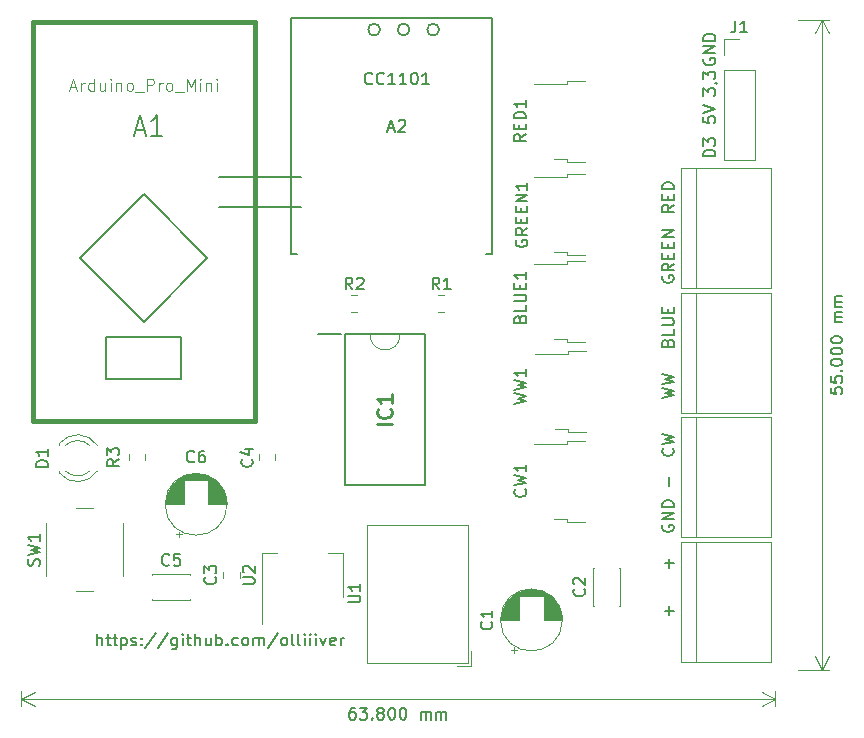
<source format=gbr>
G04 #@! TF.GenerationSoftware,KiCad,Pcbnew,(5.1.0-rc1-9-g8f320697a)*
G04 #@! TF.CreationDate,2019-02-20T21:31:05+01:00
G04 #@! TF.ProjectId,kicad,6b696361-642e-46b6-9963-61645f706362,rev?*
G04 #@! TF.SameCoordinates,Original*
G04 #@! TF.FileFunction,Legend,Top*
G04 #@! TF.FilePolarity,Positive*
%FSLAX46Y46*%
G04 Gerber Fmt 4.6, Leading zero omitted, Abs format (unit mm)*
G04 Created by KiCad (PCBNEW (5.1.0-rc1-9-g8f320697a)) date 2019-02-20 21:31:05*
%MOMM*%
%LPD*%
G04 APERTURE LIST*
%ADD10C,0.150000*%
%ADD11C,0.120000*%
%ADD12C,0.200000*%
%ADD13C,0.381000*%
%ADD14C,0.177800*%
%ADD15C,0.152400*%
%ADD16C,0.254000*%
%ADD17C,0.203200*%
%ADD18C,0.101600*%
G04 APERTURE END LIST*
D10*
X214000000Y-49261904D02*
X213952380Y-49357142D01*
X213952380Y-49500000D01*
X214000000Y-49642857D01*
X214095238Y-49738095D01*
X214190476Y-49785714D01*
X214380952Y-49833333D01*
X214523809Y-49833333D01*
X214714285Y-49785714D01*
X214809523Y-49738095D01*
X214904761Y-49642857D01*
X214952380Y-49500000D01*
X214952380Y-49404761D01*
X214904761Y-49261904D01*
X214857142Y-49214285D01*
X214523809Y-49214285D01*
X214523809Y-49404761D01*
X214952380Y-48785714D02*
X213952380Y-48785714D01*
X214952380Y-48214285D01*
X213952380Y-48214285D01*
X214952380Y-47738095D02*
X213952380Y-47738095D01*
X213952380Y-47500000D01*
X214000000Y-47357142D01*
X214095238Y-47261904D01*
X214190476Y-47214285D01*
X214380952Y-47166666D01*
X214523809Y-47166666D01*
X214714285Y-47214285D01*
X214809523Y-47261904D01*
X214904761Y-47357142D01*
X214952380Y-47500000D01*
X214952380Y-47738095D01*
X213952380Y-52407619D02*
X213952380Y-51788571D01*
X214333333Y-52121904D01*
X214333333Y-51979047D01*
X214380952Y-51883809D01*
X214428571Y-51836190D01*
X214523809Y-51788571D01*
X214761904Y-51788571D01*
X214857142Y-51836190D01*
X214904761Y-51883809D01*
X214952380Y-51979047D01*
X214952380Y-52264761D01*
X214904761Y-52360000D01*
X214857142Y-52407619D01*
X214904761Y-51312380D02*
X214952380Y-51312380D01*
X215047619Y-51360000D01*
X215095238Y-51407619D01*
X213952380Y-50979047D02*
X213952380Y-50360000D01*
X214333333Y-50693333D01*
X214333333Y-50550476D01*
X214380952Y-50455238D01*
X214428571Y-50407619D01*
X214523809Y-50360000D01*
X214761904Y-50360000D01*
X214857142Y-50407619D01*
X214904761Y-50455238D01*
X214952380Y-50550476D01*
X214952380Y-50836190D01*
X214904761Y-50931428D01*
X214857142Y-50979047D01*
X213952380Y-54190476D02*
X213952380Y-54666666D01*
X214428571Y-54714285D01*
X214380952Y-54666666D01*
X214333333Y-54571428D01*
X214333333Y-54333333D01*
X214380952Y-54238095D01*
X214428571Y-54190476D01*
X214523809Y-54142857D01*
X214761904Y-54142857D01*
X214857142Y-54190476D01*
X214904761Y-54238095D01*
X214952380Y-54333333D01*
X214952380Y-54571428D01*
X214904761Y-54666666D01*
X214857142Y-54714285D01*
X213952380Y-53857142D02*
X214952380Y-53523809D01*
X213952380Y-53190476D01*
X214952380Y-57548095D02*
X213952380Y-57548095D01*
X213952380Y-57310000D01*
X214000000Y-57167142D01*
X214095238Y-57071904D01*
X214190476Y-57024285D01*
X214380952Y-56976666D01*
X214523809Y-56976666D01*
X214714285Y-57024285D01*
X214809523Y-57071904D01*
X214904761Y-57167142D01*
X214952380Y-57310000D01*
X214952380Y-57548095D01*
X213952380Y-56643333D02*
X213952380Y-56024285D01*
X214333333Y-56357619D01*
X214333333Y-56214761D01*
X214380952Y-56119523D01*
X214428571Y-56071904D01*
X214523809Y-56024285D01*
X214761904Y-56024285D01*
X214857142Y-56071904D01*
X214904761Y-56119523D01*
X214952380Y-56214761D01*
X214952380Y-56500476D01*
X214904761Y-56595714D01*
X214857142Y-56643333D01*
X211071428Y-96380952D02*
X211071428Y-95619047D01*
X211452380Y-96000000D02*
X210690476Y-96000000D01*
X211071428Y-92380952D02*
X211071428Y-91619047D01*
X211452380Y-92000000D02*
X210690476Y-92000000D01*
X210500000Y-88761904D02*
X210452380Y-88857142D01*
X210452380Y-89000000D01*
X210500000Y-89142857D01*
X210595238Y-89238095D01*
X210690476Y-89285714D01*
X210880952Y-89333333D01*
X211023809Y-89333333D01*
X211214285Y-89285714D01*
X211309523Y-89238095D01*
X211404761Y-89142857D01*
X211452380Y-89000000D01*
X211452380Y-88904761D01*
X211404761Y-88761904D01*
X211357142Y-88714285D01*
X211023809Y-88714285D01*
X211023809Y-88904761D01*
X211452380Y-88285714D02*
X210452380Y-88285714D01*
X211452380Y-87714285D01*
X210452380Y-87714285D01*
X211452380Y-87238095D02*
X210452380Y-87238095D01*
X210452380Y-87000000D01*
X210500000Y-86857142D01*
X210595238Y-86761904D01*
X210690476Y-86714285D01*
X210880952Y-86666666D01*
X211023809Y-86666666D01*
X211214285Y-86714285D01*
X211309523Y-86761904D01*
X211404761Y-86857142D01*
X211452380Y-87000000D01*
X211452380Y-87238095D01*
X211071428Y-85476190D02*
X211071428Y-84714285D01*
X211357142Y-82261904D02*
X211404761Y-82309523D01*
X211452380Y-82452380D01*
X211452380Y-82547619D01*
X211404761Y-82690476D01*
X211309523Y-82785714D01*
X211214285Y-82833333D01*
X211023809Y-82880952D01*
X210880952Y-82880952D01*
X210690476Y-82833333D01*
X210595238Y-82785714D01*
X210500000Y-82690476D01*
X210452380Y-82547619D01*
X210452380Y-82452380D01*
X210500000Y-82309523D01*
X210547619Y-82261904D01*
X210452380Y-81928571D02*
X211452380Y-81690476D01*
X210738095Y-81500000D01*
X211452380Y-81309523D01*
X210452380Y-81071428D01*
X210452380Y-78000000D02*
X211452380Y-77761904D01*
X210738095Y-77571428D01*
X211452380Y-77380952D01*
X210452380Y-77142857D01*
X210452380Y-76857142D02*
X211452380Y-76619047D01*
X210738095Y-76428571D01*
X211452380Y-76238095D01*
X210452380Y-76000000D01*
X210928571Y-73309523D02*
X210976190Y-73166666D01*
X211023809Y-73119047D01*
X211119047Y-73071428D01*
X211261904Y-73071428D01*
X211357142Y-73119047D01*
X211404761Y-73166666D01*
X211452380Y-73261904D01*
X211452380Y-73642857D01*
X210452380Y-73642857D01*
X210452380Y-73309523D01*
X210500000Y-73214285D01*
X210547619Y-73166666D01*
X210642857Y-73119047D01*
X210738095Y-73119047D01*
X210833333Y-73166666D01*
X210880952Y-73214285D01*
X210928571Y-73309523D01*
X210928571Y-73642857D01*
X211452380Y-72166666D02*
X211452380Y-72642857D01*
X210452380Y-72642857D01*
X210452380Y-71833333D02*
X211261904Y-71833333D01*
X211357142Y-71785714D01*
X211404761Y-71738095D01*
X211452380Y-71642857D01*
X211452380Y-71452380D01*
X211404761Y-71357142D01*
X211357142Y-71309523D01*
X211261904Y-71261904D01*
X210452380Y-71261904D01*
X210928571Y-70785714D02*
X210928571Y-70452380D01*
X211452380Y-70309523D02*
X211452380Y-70785714D01*
X210452380Y-70785714D01*
X210452380Y-70309523D01*
X210500000Y-67666666D02*
X210452380Y-67761904D01*
X210452380Y-67904761D01*
X210500000Y-68047619D01*
X210595238Y-68142857D01*
X210690476Y-68190476D01*
X210880952Y-68238095D01*
X211023809Y-68238095D01*
X211214285Y-68190476D01*
X211309523Y-68142857D01*
X211404761Y-68047619D01*
X211452380Y-67904761D01*
X211452380Y-67809523D01*
X211404761Y-67666666D01*
X211357142Y-67619047D01*
X211023809Y-67619047D01*
X211023809Y-67809523D01*
X211452380Y-66619047D02*
X210976190Y-66952380D01*
X211452380Y-67190476D02*
X210452380Y-67190476D01*
X210452380Y-66809523D01*
X210500000Y-66714285D01*
X210547619Y-66666666D01*
X210642857Y-66619047D01*
X210785714Y-66619047D01*
X210880952Y-66666666D01*
X210928571Y-66714285D01*
X210976190Y-66809523D01*
X210976190Y-67190476D01*
X210928571Y-66190476D02*
X210928571Y-65857142D01*
X211452380Y-65714285D02*
X211452380Y-66190476D01*
X210452380Y-66190476D01*
X210452380Y-65714285D01*
X210928571Y-65285714D02*
X210928571Y-64952380D01*
X211452380Y-64809523D02*
X211452380Y-65285714D01*
X210452380Y-65285714D01*
X210452380Y-64809523D01*
X211452380Y-64380952D02*
X210452380Y-64380952D01*
X211452380Y-63809523D01*
X210452380Y-63809523D01*
X211452380Y-61642857D02*
X210976190Y-61976190D01*
X211452380Y-62214285D02*
X210452380Y-62214285D01*
X210452380Y-61833333D01*
X210500000Y-61738095D01*
X210547619Y-61690476D01*
X210642857Y-61642857D01*
X210785714Y-61642857D01*
X210880952Y-61690476D01*
X210928571Y-61738095D01*
X210976190Y-61833333D01*
X210976190Y-62214285D01*
X210928571Y-61214285D02*
X210928571Y-60880952D01*
X211452380Y-60738095D02*
X211452380Y-61214285D01*
X210452380Y-61214285D01*
X210452380Y-60738095D01*
X211452380Y-60309523D02*
X210452380Y-60309523D01*
X210452380Y-60071428D01*
X210500000Y-59928571D01*
X210595238Y-59833333D01*
X210690476Y-59785714D01*
X210880952Y-59738095D01*
X211023809Y-59738095D01*
X211214285Y-59785714D01*
X211309523Y-59833333D01*
X211404761Y-59928571D01*
X211452380Y-60071428D01*
X211452380Y-60309523D01*
X184433333Y-104222380D02*
X184242857Y-104222380D01*
X184147619Y-104270000D01*
X184100000Y-104317619D01*
X184004761Y-104460476D01*
X183957142Y-104650952D01*
X183957142Y-105031904D01*
X184004761Y-105127142D01*
X184052380Y-105174761D01*
X184147619Y-105222380D01*
X184338095Y-105222380D01*
X184433333Y-105174761D01*
X184480952Y-105127142D01*
X184528571Y-105031904D01*
X184528571Y-104793809D01*
X184480952Y-104698571D01*
X184433333Y-104650952D01*
X184338095Y-104603333D01*
X184147619Y-104603333D01*
X184052380Y-104650952D01*
X184004761Y-104698571D01*
X183957142Y-104793809D01*
X184861904Y-104222380D02*
X185480952Y-104222380D01*
X185147619Y-104603333D01*
X185290476Y-104603333D01*
X185385714Y-104650952D01*
X185433333Y-104698571D01*
X185480952Y-104793809D01*
X185480952Y-105031904D01*
X185433333Y-105127142D01*
X185385714Y-105174761D01*
X185290476Y-105222380D01*
X185004761Y-105222380D01*
X184909523Y-105174761D01*
X184861904Y-105127142D01*
X185909523Y-105127142D02*
X185957142Y-105174761D01*
X185909523Y-105222380D01*
X185861904Y-105174761D01*
X185909523Y-105127142D01*
X185909523Y-105222380D01*
X186528571Y-104650952D02*
X186433333Y-104603333D01*
X186385714Y-104555714D01*
X186338095Y-104460476D01*
X186338095Y-104412857D01*
X186385714Y-104317619D01*
X186433333Y-104270000D01*
X186528571Y-104222380D01*
X186719047Y-104222380D01*
X186814285Y-104270000D01*
X186861904Y-104317619D01*
X186909523Y-104412857D01*
X186909523Y-104460476D01*
X186861904Y-104555714D01*
X186814285Y-104603333D01*
X186719047Y-104650952D01*
X186528571Y-104650952D01*
X186433333Y-104698571D01*
X186385714Y-104746190D01*
X186338095Y-104841428D01*
X186338095Y-105031904D01*
X186385714Y-105127142D01*
X186433333Y-105174761D01*
X186528571Y-105222380D01*
X186719047Y-105222380D01*
X186814285Y-105174761D01*
X186861904Y-105127142D01*
X186909523Y-105031904D01*
X186909523Y-104841428D01*
X186861904Y-104746190D01*
X186814285Y-104698571D01*
X186719047Y-104650952D01*
X187528571Y-104222380D02*
X187623809Y-104222380D01*
X187719047Y-104270000D01*
X187766666Y-104317619D01*
X187814285Y-104412857D01*
X187861904Y-104603333D01*
X187861904Y-104841428D01*
X187814285Y-105031904D01*
X187766666Y-105127142D01*
X187719047Y-105174761D01*
X187623809Y-105222380D01*
X187528571Y-105222380D01*
X187433333Y-105174761D01*
X187385714Y-105127142D01*
X187338095Y-105031904D01*
X187290476Y-104841428D01*
X187290476Y-104603333D01*
X187338095Y-104412857D01*
X187385714Y-104317619D01*
X187433333Y-104270000D01*
X187528571Y-104222380D01*
X188480952Y-104222380D02*
X188576190Y-104222380D01*
X188671428Y-104270000D01*
X188719047Y-104317619D01*
X188766666Y-104412857D01*
X188814285Y-104603333D01*
X188814285Y-104841428D01*
X188766666Y-105031904D01*
X188719047Y-105127142D01*
X188671428Y-105174761D01*
X188576190Y-105222380D01*
X188480952Y-105222380D01*
X188385714Y-105174761D01*
X188338095Y-105127142D01*
X188290476Y-105031904D01*
X188242857Y-104841428D01*
X188242857Y-104603333D01*
X188290476Y-104412857D01*
X188338095Y-104317619D01*
X188385714Y-104270000D01*
X188480952Y-104222380D01*
X190004761Y-105222380D02*
X190004761Y-104555714D01*
X190004761Y-104650952D02*
X190052380Y-104603333D01*
X190147619Y-104555714D01*
X190290476Y-104555714D01*
X190385714Y-104603333D01*
X190433333Y-104698571D01*
X190433333Y-105222380D01*
X190433333Y-104698571D02*
X190480952Y-104603333D01*
X190576190Y-104555714D01*
X190719047Y-104555714D01*
X190814285Y-104603333D01*
X190861904Y-104698571D01*
X190861904Y-105222380D01*
X191338095Y-105222380D02*
X191338095Y-104555714D01*
X191338095Y-104650952D02*
X191385714Y-104603333D01*
X191480952Y-104555714D01*
X191623809Y-104555714D01*
X191719047Y-104603333D01*
X191766666Y-104698571D01*
X191766666Y-105222380D01*
X191766666Y-104698571D02*
X191814285Y-104603333D01*
X191909523Y-104555714D01*
X192052380Y-104555714D01*
X192147619Y-104603333D01*
X192195238Y-104698571D01*
X192195238Y-105222380D01*
D11*
X156200000Y-103500000D02*
X220000000Y-103500000D01*
X156200000Y-102800000D02*
X156200000Y-104086421D01*
X220000000Y-102800000D02*
X220000000Y-104086421D01*
X220000000Y-103500000D02*
X218873496Y-104086421D01*
X220000000Y-103500000D02*
X218873496Y-102913579D01*
X156200000Y-103500000D02*
X157326504Y-104086421D01*
X156200000Y-103500000D02*
X157326504Y-102913579D01*
D12*
X162619047Y-98952380D02*
X162619047Y-97952380D01*
X163047619Y-98952380D02*
X163047619Y-98428571D01*
X163000000Y-98333333D01*
X162904761Y-98285714D01*
X162761904Y-98285714D01*
X162666666Y-98333333D01*
X162619047Y-98380952D01*
X163380952Y-98285714D02*
X163761904Y-98285714D01*
X163523809Y-97952380D02*
X163523809Y-98809523D01*
X163571428Y-98904761D01*
X163666666Y-98952380D01*
X163761904Y-98952380D01*
X163952380Y-98285714D02*
X164333333Y-98285714D01*
X164095238Y-97952380D02*
X164095238Y-98809523D01*
X164142857Y-98904761D01*
X164238095Y-98952380D01*
X164333333Y-98952380D01*
X164666666Y-98285714D02*
X164666666Y-99285714D01*
X164666666Y-98333333D02*
X164761904Y-98285714D01*
X164952380Y-98285714D01*
X165047619Y-98333333D01*
X165095238Y-98380952D01*
X165142857Y-98476190D01*
X165142857Y-98761904D01*
X165095238Y-98857142D01*
X165047619Y-98904761D01*
X164952380Y-98952380D01*
X164761904Y-98952380D01*
X164666666Y-98904761D01*
X165523809Y-98904761D02*
X165619047Y-98952380D01*
X165809523Y-98952380D01*
X165904761Y-98904761D01*
X165952380Y-98809523D01*
X165952380Y-98761904D01*
X165904761Y-98666666D01*
X165809523Y-98619047D01*
X165666666Y-98619047D01*
X165571428Y-98571428D01*
X165523809Y-98476190D01*
X165523809Y-98428571D01*
X165571428Y-98333333D01*
X165666666Y-98285714D01*
X165809523Y-98285714D01*
X165904761Y-98333333D01*
X166380952Y-98857142D02*
X166428571Y-98904761D01*
X166380952Y-98952380D01*
X166333333Y-98904761D01*
X166380952Y-98857142D01*
X166380952Y-98952380D01*
X166380952Y-98333333D02*
X166428571Y-98380952D01*
X166380952Y-98428571D01*
X166333333Y-98380952D01*
X166380952Y-98333333D01*
X166380952Y-98428571D01*
X167571428Y-97904761D02*
X166714285Y-99190476D01*
X168619047Y-97904761D02*
X167761904Y-99190476D01*
X169380952Y-98285714D02*
X169380952Y-99095238D01*
X169333333Y-99190476D01*
X169285714Y-99238095D01*
X169190476Y-99285714D01*
X169047619Y-99285714D01*
X168952380Y-99238095D01*
X169380952Y-98904761D02*
X169285714Y-98952380D01*
X169095238Y-98952380D01*
X169000000Y-98904761D01*
X168952380Y-98857142D01*
X168904761Y-98761904D01*
X168904761Y-98476190D01*
X168952380Y-98380952D01*
X169000000Y-98333333D01*
X169095238Y-98285714D01*
X169285714Y-98285714D01*
X169380952Y-98333333D01*
X169857142Y-98952380D02*
X169857142Y-98285714D01*
X169857142Y-97952380D02*
X169809523Y-98000000D01*
X169857142Y-98047619D01*
X169904761Y-98000000D01*
X169857142Y-97952380D01*
X169857142Y-98047619D01*
X170190476Y-98285714D02*
X170571428Y-98285714D01*
X170333333Y-97952380D02*
X170333333Y-98809523D01*
X170380952Y-98904761D01*
X170476190Y-98952380D01*
X170571428Y-98952380D01*
X170904761Y-98952380D02*
X170904761Y-97952380D01*
X171333333Y-98952380D02*
X171333333Y-98428571D01*
X171285714Y-98333333D01*
X171190476Y-98285714D01*
X171047619Y-98285714D01*
X170952380Y-98333333D01*
X170904761Y-98380952D01*
X172238095Y-98285714D02*
X172238095Y-98952380D01*
X171809523Y-98285714D02*
X171809523Y-98809523D01*
X171857142Y-98904761D01*
X171952380Y-98952380D01*
X172095238Y-98952380D01*
X172190476Y-98904761D01*
X172238095Y-98857142D01*
X172714285Y-98952380D02*
X172714285Y-97952380D01*
X172714285Y-98333333D02*
X172809523Y-98285714D01*
X173000000Y-98285714D01*
X173095238Y-98333333D01*
X173142857Y-98380952D01*
X173190476Y-98476190D01*
X173190476Y-98761904D01*
X173142857Y-98857142D01*
X173095238Y-98904761D01*
X173000000Y-98952380D01*
X172809523Y-98952380D01*
X172714285Y-98904761D01*
X173619047Y-98857142D02*
X173666666Y-98904761D01*
X173619047Y-98952380D01*
X173571428Y-98904761D01*
X173619047Y-98857142D01*
X173619047Y-98952380D01*
X174523809Y-98904761D02*
X174428571Y-98952380D01*
X174238095Y-98952380D01*
X174142857Y-98904761D01*
X174095238Y-98857142D01*
X174047619Y-98761904D01*
X174047619Y-98476190D01*
X174095238Y-98380952D01*
X174142857Y-98333333D01*
X174238095Y-98285714D01*
X174428571Y-98285714D01*
X174523809Y-98333333D01*
X175095238Y-98952380D02*
X175000000Y-98904761D01*
X174952380Y-98857142D01*
X174904761Y-98761904D01*
X174904761Y-98476190D01*
X174952380Y-98380952D01*
X175000000Y-98333333D01*
X175095238Y-98285714D01*
X175238095Y-98285714D01*
X175333333Y-98333333D01*
X175380952Y-98380952D01*
X175428571Y-98476190D01*
X175428571Y-98761904D01*
X175380952Y-98857142D01*
X175333333Y-98904761D01*
X175238095Y-98952380D01*
X175095238Y-98952380D01*
X175857142Y-98952380D02*
X175857142Y-98285714D01*
X175857142Y-98380952D02*
X175904761Y-98333333D01*
X176000000Y-98285714D01*
X176142857Y-98285714D01*
X176238095Y-98333333D01*
X176285714Y-98428571D01*
X176285714Y-98952380D01*
X176285714Y-98428571D02*
X176333333Y-98333333D01*
X176428571Y-98285714D01*
X176571428Y-98285714D01*
X176666666Y-98333333D01*
X176714285Y-98428571D01*
X176714285Y-98952380D01*
X177904761Y-97904761D02*
X177047619Y-99190476D01*
X178380952Y-98952380D02*
X178285714Y-98904761D01*
X178238095Y-98857142D01*
X178190476Y-98761904D01*
X178190476Y-98476190D01*
X178238095Y-98380952D01*
X178285714Y-98333333D01*
X178380952Y-98285714D01*
X178523809Y-98285714D01*
X178619047Y-98333333D01*
X178666666Y-98380952D01*
X178714285Y-98476190D01*
X178714285Y-98761904D01*
X178666666Y-98857142D01*
X178619047Y-98904761D01*
X178523809Y-98952380D01*
X178380952Y-98952380D01*
X179285714Y-98952380D02*
X179190476Y-98904761D01*
X179142857Y-98809523D01*
X179142857Y-97952380D01*
X179809523Y-98952380D02*
X179714285Y-98904761D01*
X179666666Y-98809523D01*
X179666666Y-97952380D01*
X180190476Y-98952380D02*
X180190476Y-98285714D01*
X180190476Y-97952380D02*
X180142857Y-98000000D01*
X180190476Y-98047619D01*
X180238095Y-98000000D01*
X180190476Y-97952380D01*
X180190476Y-98047619D01*
X180666666Y-98952380D02*
X180666666Y-98285714D01*
X180666666Y-97952380D02*
X180619047Y-98000000D01*
X180666666Y-98047619D01*
X180714285Y-98000000D01*
X180666666Y-97952380D01*
X180666666Y-98047619D01*
X181142857Y-98952380D02*
X181142857Y-98285714D01*
X181142857Y-97952380D02*
X181095238Y-98000000D01*
X181142857Y-98047619D01*
X181190476Y-98000000D01*
X181142857Y-97952380D01*
X181142857Y-98047619D01*
X181523809Y-98285714D02*
X181761904Y-98952380D01*
X182000000Y-98285714D01*
X182761904Y-98904761D02*
X182666666Y-98952380D01*
X182476190Y-98952380D01*
X182380952Y-98904761D01*
X182333333Y-98809523D01*
X182333333Y-98428571D01*
X182380952Y-98333333D01*
X182476190Y-98285714D01*
X182666666Y-98285714D01*
X182761904Y-98333333D01*
X182809523Y-98428571D01*
X182809523Y-98523809D01*
X182333333Y-98619047D01*
X183238095Y-98952380D02*
X183238095Y-98285714D01*
X183238095Y-98476190D02*
X183285714Y-98380952D01*
X183333333Y-98333333D01*
X183428571Y-98285714D01*
X183523809Y-98285714D01*
D10*
X224722380Y-77119047D02*
X224722380Y-77595238D01*
X225198571Y-77642857D01*
X225150952Y-77595238D01*
X225103333Y-77500000D01*
X225103333Y-77261904D01*
X225150952Y-77166666D01*
X225198571Y-77119047D01*
X225293809Y-77071428D01*
X225531904Y-77071428D01*
X225627142Y-77119047D01*
X225674761Y-77166666D01*
X225722380Y-77261904D01*
X225722380Y-77500000D01*
X225674761Y-77595238D01*
X225627142Y-77642857D01*
X224722380Y-76166666D02*
X224722380Y-76642857D01*
X225198571Y-76690476D01*
X225150952Y-76642857D01*
X225103333Y-76547619D01*
X225103333Y-76309523D01*
X225150952Y-76214285D01*
X225198571Y-76166666D01*
X225293809Y-76119047D01*
X225531904Y-76119047D01*
X225627142Y-76166666D01*
X225674761Y-76214285D01*
X225722380Y-76309523D01*
X225722380Y-76547619D01*
X225674761Y-76642857D01*
X225627142Y-76690476D01*
X225627142Y-75690476D02*
X225674761Y-75642857D01*
X225722380Y-75690476D01*
X225674761Y-75738095D01*
X225627142Y-75690476D01*
X225722380Y-75690476D01*
X224722380Y-75023809D02*
X224722380Y-74928571D01*
X224770000Y-74833333D01*
X224817619Y-74785714D01*
X224912857Y-74738095D01*
X225103333Y-74690476D01*
X225341428Y-74690476D01*
X225531904Y-74738095D01*
X225627142Y-74785714D01*
X225674761Y-74833333D01*
X225722380Y-74928571D01*
X225722380Y-75023809D01*
X225674761Y-75119047D01*
X225627142Y-75166666D01*
X225531904Y-75214285D01*
X225341428Y-75261904D01*
X225103333Y-75261904D01*
X224912857Y-75214285D01*
X224817619Y-75166666D01*
X224770000Y-75119047D01*
X224722380Y-75023809D01*
X224722380Y-74071428D02*
X224722380Y-73976190D01*
X224770000Y-73880952D01*
X224817619Y-73833333D01*
X224912857Y-73785714D01*
X225103333Y-73738095D01*
X225341428Y-73738095D01*
X225531904Y-73785714D01*
X225627142Y-73833333D01*
X225674761Y-73880952D01*
X225722380Y-73976190D01*
X225722380Y-74071428D01*
X225674761Y-74166666D01*
X225627142Y-74214285D01*
X225531904Y-74261904D01*
X225341428Y-74309523D01*
X225103333Y-74309523D01*
X224912857Y-74261904D01*
X224817619Y-74214285D01*
X224770000Y-74166666D01*
X224722380Y-74071428D01*
X224722380Y-73119047D02*
X224722380Y-73023809D01*
X224770000Y-72928571D01*
X224817619Y-72880952D01*
X224912857Y-72833333D01*
X225103333Y-72785714D01*
X225341428Y-72785714D01*
X225531904Y-72833333D01*
X225627142Y-72880952D01*
X225674761Y-72928571D01*
X225722380Y-73023809D01*
X225722380Y-73119047D01*
X225674761Y-73214285D01*
X225627142Y-73261904D01*
X225531904Y-73309523D01*
X225341428Y-73357142D01*
X225103333Y-73357142D01*
X224912857Y-73309523D01*
X224817619Y-73261904D01*
X224770000Y-73214285D01*
X224722380Y-73119047D01*
X225722380Y-71595238D02*
X225055714Y-71595238D01*
X225150952Y-71595238D02*
X225103333Y-71547619D01*
X225055714Y-71452380D01*
X225055714Y-71309523D01*
X225103333Y-71214285D01*
X225198571Y-71166666D01*
X225722380Y-71166666D01*
X225198571Y-71166666D02*
X225103333Y-71119047D01*
X225055714Y-71023809D01*
X225055714Y-70880952D01*
X225103333Y-70785714D01*
X225198571Y-70738095D01*
X225722380Y-70738095D01*
X225722380Y-70261904D02*
X225055714Y-70261904D01*
X225150952Y-70261904D02*
X225103333Y-70214285D01*
X225055714Y-70119047D01*
X225055714Y-69976190D01*
X225103333Y-69880952D01*
X225198571Y-69833333D01*
X225722380Y-69833333D01*
X225198571Y-69833333D02*
X225103333Y-69785714D01*
X225055714Y-69690476D01*
X225055714Y-69547619D01*
X225103333Y-69452380D01*
X225198571Y-69404761D01*
X225722380Y-69404761D01*
D11*
X224000000Y-101000000D02*
X224000000Y-46000000D01*
X222000000Y-101000000D02*
X224586421Y-101000000D01*
X222000000Y-46000000D02*
X224586421Y-46000000D01*
X224000000Y-46000000D02*
X224586421Y-47126504D01*
X224000000Y-46000000D02*
X223413579Y-47126504D01*
X224000000Y-101000000D02*
X224586421Y-99873496D01*
X224000000Y-101000000D02*
X223413579Y-99873496D01*
X188270000Y-72650000D02*
G75*
G02X185730000Y-72650000I-1270000J0D01*
G01*
D12*
X181300000Y-72585000D02*
X183250000Y-72585000D01*
X183600000Y-85400000D02*
X183600000Y-72600000D01*
X190400000Y-85400000D02*
X183600000Y-85400000D01*
X190400000Y-72600000D02*
X190400000Y-85400000D01*
X183600000Y-72600000D02*
X190400000Y-72600000D01*
D13*
X157191000Y-79972500D02*
X157191000Y-46190500D01*
X175987000Y-79972500D02*
X157191000Y-79972500D01*
X175987000Y-46190500D02*
X175987000Y-79972500D01*
X157191000Y-46190500D02*
X175987000Y-46190500D01*
D14*
X161174544Y-66140395D02*
X166562697Y-71528549D01*
X166562697Y-71528549D02*
X171950851Y-66140395D01*
X166562697Y-60752241D02*
X171950851Y-66140395D01*
X161174544Y-66140395D02*
X166562697Y-60752241D01*
D15*
X163414000Y-72860500D02*
X163414000Y-76416500D01*
X163414000Y-76416500D02*
X169764000Y-76416500D01*
X169764000Y-72860500D02*
X169764000Y-76416500D01*
X169764000Y-72860500D02*
X163414000Y-72860500D01*
X172939000Y-59271500D02*
X179924000Y-59271500D01*
X172939000Y-61811500D02*
X179924000Y-61811500D01*
D10*
X196070000Y-65810000D02*
X195570000Y-65810000D01*
X179070000Y-65810000D02*
X179570000Y-65810000D01*
X191570000Y-46810000D02*
G75*
G03X191570000Y-46810000I-500000J0D01*
G01*
X186570000Y-46810000D02*
G75*
G03X186570000Y-46810000I-500000J0D01*
G01*
X189070000Y-46810000D02*
G75*
G03X189070000Y-46810000I-500000J0D01*
G01*
X179070000Y-65810000D02*
X179070000Y-45810000D01*
X179070000Y-45810000D02*
X196070000Y-45810000D01*
X196070000Y-45810000D02*
X196070000Y-65810000D01*
D11*
X202010000Y-96790000D02*
G75*
G03X202010000Y-96790000I-2620000J0D01*
G01*
X200430000Y-96790000D02*
X201970000Y-96790000D01*
X196810000Y-96790000D02*
X198350000Y-96790000D01*
X200430000Y-96750000D02*
X201970000Y-96750000D01*
X196810000Y-96750000D02*
X198350000Y-96750000D01*
X196811000Y-96710000D02*
X198350000Y-96710000D01*
X200430000Y-96710000D02*
X201969000Y-96710000D01*
X196812000Y-96670000D02*
X198350000Y-96670000D01*
X200430000Y-96670000D02*
X201968000Y-96670000D01*
X196814000Y-96630000D02*
X198350000Y-96630000D01*
X200430000Y-96630000D02*
X201966000Y-96630000D01*
X196817000Y-96590000D02*
X198350000Y-96590000D01*
X200430000Y-96590000D02*
X201963000Y-96590000D01*
X196821000Y-96550000D02*
X198350000Y-96550000D01*
X200430000Y-96550000D02*
X201959000Y-96550000D01*
X196825000Y-96510000D02*
X198350000Y-96510000D01*
X200430000Y-96510000D02*
X201955000Y-96510000D01*
X196829000Y-96470000D02*
X198350000Y-96470000D01*
X200430000Y-96470000D02*
X201951000Y-96470000D01*
X196834000Y-96430000D02*
X198350000Y-96430000D01*
X200430000Y-96430000D02*
X201946000Y-96430000D01*
X196840000Y-96390000D02*
X198350000Y-96390000D01*
X200430000Y-96390000D02*
X201940000Y-96390000D01*
X196847000Y-96350000D02*
X198350000Y-96350000D01*
X200430000Y-96350000D02*
X201933000Y-96350000D01*
X196854000Y-96310000D02*
X198350000Y-96310000D01*
X200430000Y-96310000D02*
X201926000Y-96310000D01*
X196862000Y-96270000D02*
X198350000Y-96270000D01*
X200430000Y-96270000D02*
X201918000Y-96270000D01*
X196870000Y-96230000D02*
X198350000Y-96230000D01*
X200430000Y-96230000D02*
X201910000Y-96230000D01*
X196879000Y-96190000D02*
X198350000Y-96190000D01*
X200430000Y-96190000D02*
X201901000Y-96190000D01*
X196889000Y-96150000D02*
X198350000Y-96150000D01*
X200430000Y-96150000D02*
X201891000Y-96150000D01*
X196899000Y-96110000D02*
X198350000Y-96110000D01*
X200430000Y-96110000D02*
X201881000Y-96110000D01*
X196910000Y-96069000D02*
X198350000Y-96069000D01*
X200430000Y-96069000D02*
X201870000Y-96069000D01*
X196922000Y-96029000D02*
X198350000Y-96029000D01*
X200430000Y-96029000D02*
X201858000Y-96029000D01*
X196935000Y-95989000D02*
X198350000Y-95989000D01*
X200430000Y-95989000D02*
X201845000Y-95989000D01*
X196948000Y-95949000D02*
X198350000Y-95949000D01*
X200430000Y-95949000D02*
X201832000Y-95949000D01*
X196962000Y-95909000D02*
X198350000Y-95909000D01*
X200430000Y-95909000D02*
X201818000Y-95909000D01*
X196976000Y-95869000D02*
X198350000Y-95869000D01*
X200430000Y-95869000D02*
X201804000Y-95869000D01*
X196992000Y-95829000D02*
X198350000Y-95829000D01*
X200430000Y-95829000D02*
X201788000Y-95829000D01*
X197008000Y-95789000D02*
X198350000Y-95789000D01*
X200430000Y-95789000D02*
X201772000Y-95789000D01*
X197025000Y-95749000D02*
X198350000Y-95749000D01*
X200430000Y-95749000D02*
X201755000Y-95749000D01*
X197042000Y-95709000D02*
X198350000Y-95709000D01*
X200430000Y-95709000D02*
X201738000Y-95709000D01*
X197061000Y-95669000D02*
X198350000Y-95669000D01*
X200430000Y-95669000D02*
X201719000Y-95669000D01*
X197080000Y-95629000D02*
X198350000Y-95629000D01*
X200430000Y-95629000D02*
X201700000Y-95629000D01*
X197100000Y-95589000D02*
X198350000Y-95589000D01*
X200430000Y-95589000D02*
X201680000Y-95589000D01*
X197122000Y-95549000D02*
X198350000Y-95549000D01*
X200430000Y-95549000D02*
X201658000Y-95549000D01*
X197143000Y-95509000D02*
X198350000Y-95509000D01*
X200430000Y-95509000D02*
X201637000Y-95509000D01*
X197166000Y-95469000D02*
X198350000Y-95469000D01*
X200430000Y-95469000D02*
X201614000Y-95469000D01*
X197190000Y-95429000D02*
X198350000Y-95429000D01*
X200430000Y-95429000D02*
X201590000Y-95429000D01*
X197215000Y-95389000D02*
X198350000Y-95389000D01*
X200430000Y-95389000D02*
X201565000Y-95389000D01*
X197241000Y-95349000D02*
X198350000Y-95349000D01*
X200430000Y-95349000D02*
X201539000Y-95349000D01*
X197268000Y-95309000D02*
X198350000Y-95309000D01*
X200430000Y-95309000D02*
X201512000Y-95309000D01*
X197295000Y-95269000D02*
X198350000Y-95269000D01*
X200430000Y-95269000D02*
X201485000Y-95269000D01*
X197325000Y-95229000D02*
X198350000Y-95229000D01*
X200430000Y-95229000D02*
X201455000Y-95229000D01*
X197355000Y-95189000D02*
X198350000Y-95189000D01*
X200430000Y-95189000D02*
X201425000Y-95189000D01*
X197386000Y-95149000D02*
X198350000Y-95149000D01*
X200430000Y-95149000D02*
X201394000Y-95149000D01*
X197419000Y-95109000D02*
X198350000Y-95109000D01*
X200430000Y-95109000D02*
X201361000Y-95109000D01*
X197453000Y-95069000D02*
X198350000Y-95069000D01*
X200430000Y-95069000D02*
X201327000Y-95069000D01*
X197489000Y-95029000D02*
X198350000Y-95029000D01*
X200430000Y-95029000D02*
X201291000Y-95029000D01*
X197526000Y-94989000D02*
X198350000Y-94989000D01*
X200430000Y-94989000D02*
X201254000Y-94989000D01*
X197564000Y-94949000D02*
X198350000Y-94949000D01*
X200430000Y-94949000D02*
X201216000Y-94949000D01*
X197605000Y-94909000D02*
X198350000Y-94909000D01*
X200430000Y-94909000D02*
X201175000Y-94909000D01*
X197647000Y-94869000D02*
X198350000Y-94869000D01*
X200430000Y-94869000D02*
X201133000Y-94869000D01*
X197691000Y-94829000D02*
X198350000Y-94829000D01*
X200430000Y-94829000D02*
X201089000Y-94829000D01*
X197737000Y-94789000D02*
X198350000Y-94789000D01*
X200430000Y-94789000D02*
X201043000Y-94789000D01*
X197785000Y-94749000D02*
X200995000Y-94749000D01*
X197836000Y-94709000D02*
X200944000Y-94709000D01*
X197890000Y-94669000D02*
X200890000Y-94669000D01*
X197947000Y-94629000D02*
X200833000Y-94629000D01*
X198007000Y-94589000D02*
X200773000Y-94589000D01*
X198071000Y-94549000D02*
X200709000Y-94549000D01*
X198139000Y-94509000D02*
X200641000Y-94509000D01*
X198212000Y-94469000D02*
X200568000Y-94469000D01*
X198292000Y-94429000D02*
X200488000Y-94429000D01*
X198379000Y-94389000D02*
X200401000Y-94389000D01*
X198475000Y-94349000D02*
X200305000Y-94349000D01*
X198585000Y-94309000D02*
X200195000Y-94309000D01*
X198713000Y-94269000D02*
X200067000Y-94269000D01*
X198872000Y-94229000D02*
X199908000Y-94229000D01*
X199106000Y-94189000D02*
X199674000Y-94189000D01*
X197915000Y-99594775D02*
X197915000Y-99094775D01*
X197665000Y-99344775D02*
X198165000Y-99344775D01*
X204620000Y-95620000D02*
X204620000Y-92380000D01*
X206860000Y-95620000D02*
X206860000Y-92380000D01*
X204620000Y-95620000D02*
X204685000Y-95620000D01*
X206795000Y-95620000D02*
X206860000Y-95620000D01*
X204620000Y-92380000D02*
X204685000Y-92380000D01*
X206795000Y-92380000D02*
X206860000Y-92380000D01*
X174710000Y-92738748D02*
X174710000Y-93261252D01*
X173290000Y-92738748D02*
X173290000Y-93261252D01*
X177710000Y-83286252D02*
X177710000Y-82763748D01*
X176290000Y-83286252D02*
X176290000Y-82763748D01*
X170510000Y-95055000D02*
X170510000Y-95120000D01*
X170510000Y-92880000D02*
X170510000Y-92945000D01*
X167270000Y-95055000D02*
X167270000Y-95120000D01*
X167270000Y-92880000D02*
X167270000Y-92945000D01*
X167270000Y-95120000D02*
X170510000Y-95120000D01*
X167270000Y-92880000D02*
X170510000Y-92880000D01*
X169275000Y-89554775D02*
X169775000Y-89554775D01*
X169525000Y-89804775D02*
X169525000Y-89304775D01*
X170716000Y-84399000D02*
X171284000Y-84399000D01*
X170482000Y-84439000D02*
X171518000Y-84439000D01*
X170323000Y-84479000D02*
X171677000Y-84479000D01*
X170195000Y-84519000D02*
X171805000Y-84519000D01*
X170085000Y-84559000D02*
X171915000Y-84559000D01*
X169989000Y-84599000D02*
X172011000Y-84599000D01*
X169902000Y-84639000D02*
X172098000Y-84639000D01*
X169822000Y-84679000D02*
X172178000Y-84679000D01*
X169749000Y-84719000D02*
X172251000Y-84719000D01*
X169681000Y-84759000D02*
X172319000Y-84759000D01*
X169617000Y-84799000D02*
X172383000Y-84799000D01*
X169557000Y-84839000D02*
X172443000Y-84839000D01*
X169500000Y-84879000D02*
X172500000Y-84879000D01*
X169446000Y-84919000D02*
X172554000Y-84919000D01*
X169395000Y-84959000D02*
X172605000Y-84959000D01*
X172040000Y-84999000D02*
X172653000Y-84999000D01*
X169347000Y-84999000D02*
X169960000Y-84999000D01*
X172040000Y-85039000D02*
X172699000Y-85039000D01*
X169301000Y-85039000D02*
X169960000Y-85039000D01*
X172040000Y-85079000D02*
X172743000Y-85079000D01*
X169257000Y-85079000D02*
X169960000Y-85079000D01*
X172040000Y-85119000D02*
X172785000Y-85119000D01*
X169215000Y-85119000D02*
X169960000Y-85119000D01*
X172040000Y-85159000D02*
X172826000Y-85159000D01*
X169174000Y-85159000D02*
X169960000Y-85159000D01*
X172040000Y-85199000D02*
X172864000Y-85199000D01*
X169136000Y-85199000D02*
X169960000Y-85199000D01*
X172040000Y-85239000D02*
X172901000Y-85239000D01*
X169099000Y-85239000D02*
X169960000Y-85239000D01*
X172040000Y-85279000D02*
X172937000Y-85279000D01*
X169063000Y-85279000D02*
X169960000Y-85279000D01*
X172040000Y-85319000D02*
X172971000Y-85319000D01*
X169029000Y-85319000D02*
X169960000Y-85319000D01*
X172040000Y-85359000D02*
X173004000Y-85359000D01*
X168996000Y-85359000D02*
X169960000Y-85359000D01*
X172040000Y-85399000D02*
X173035000Y-85399000D01*
X168965000Y-85399000D02*
X169960000Y-85399000D01*
X172040000Y-85439000D02*
X173065000Y-85439000D01*
X168935000Y-85439000D02*
X169960000Y-85439000D01*
X172040000Y-85479000D02*
X173095000Y-85479000D01*
X168905000Y-85479000D02*
X169960000Y-85479000D01*
X172040000Y-85519000D02*
X173122000Y-85519000D01*
X168878000Y-85519000D02*
X169960000Y-85519000D01*
X172040000Y-85559000D02*
X173149000Y-85559000D01*
X168851000Y-85559000D02*
X169960000Y-85559000D01*
X172040000Y-85599000D02*
X173175000Y-85599000D01*
X168825000Y-85599000D02*
X169960000Y-85599000D01*
X172040000Y-85639000D02*
X173200000Y-85639000D01*
X168800000Y-85639000D02*
X169960000Y-85639000D01*
X172040000Y-85679000D02*
X173224000Y-85679000D01*
X168776000Y-85679000D02*
X169960000Y-85679000D01*
X172040000Y-85719000D02*
X173247000Y-85719000D01*
X168753000Y-85719000D02*
X169960000Y-85719000D01*
X172040000Y-85759000D02*
X173268000Y-85759000D01*
X168732000Y-85759000D02*
X169960000Y-85759000D01*
X172040000Y-85799000D02*
X173290000Y-85799000D01*
X168710000Y-85799000D02*
X169960000Y-85799000D01*
X172040000Y-85839000D02*
X173310000Y-85839000D01*
X168690000Y-85839000D02*
X169960000Y-85839000D01*
X172040000Y-85879000D02*
X173329000Y-85879000D01*
X168671000Y-85879000D02*
X169960000Y-85879000D01*
X172040000Y-85919000D02*
X173348000Y-85919000D01*
X168652000Y-85919000D02*
X169960000Y-85919000D01*
X172040000Y-85959000D02*
X173365000Y-85959000D01*
X168635000Y-85959000D02*
X169960000Y-85959000D01*
X172040000Y-85999000D02*
X173382000Y-85999000D01*
X168618000Y-85999000D02*
X169960000Y-85999000D01*
X172040000Y-86039000D02*
X173398000Y-86039000D01*
X168602000Y-86039000D02*
X169960000Y-86039000D01*
X172040000Y-86079000D02*
X173414000Y-86079000D01*
X168586000Y-86079000D02*
X169960000Y-86079000D01*
X172040000Y-86119000D02*
X173428000Y-86119000D01*
X168572000Y-86119000D02*
X169960000Y-86119000D01*
X172040000Y-86159000D02*
X173442000Y-86159000D01*
X168558000Y-86159000D02*
X169960000Y-86159000D01*
X172040000Y-86199000D02*
X173455000Y-86199000D01*
X168545000Y-86199000D02*
X169960000Y-86199000D01*
X172040000Y-86239000D02*
X173468000Y-86239000D01*
X168532000Y-86239000D02*
X169960000Y-86239000D01*
X172040000Y-86279000D02*
X173480000Y-86279000D01*
X168520000Y-86279000D02*
X169960000Y-86279000D01*
X172040000Y-86320000D02*
X173491000Y-86320000D01*
X168509000Y-86320000D02*
X169960000Y-86320000D01*
X172040000Y-86360000D02*
X173501000Y-86360000D01*
X168499000Y-86360000D02*
X169960000Y-86360000D01*
X172040000Y-86400000D02*
X173511000Y-86400000D01*
X168489000Y-86400000D02*
X169960000Y-86400000D01*
X172040000Y-86440000D02*
X173520000Y-86440000D01*
X168480000Y-86440000D02*
X169960000Y-86440000D01*
X172040000Y-86480000D02*
X173528000Y-86480000D01*
X168472000Y-86480000D02*
X169960000Y-86480000D01*
X172040000Y-86520000D02*
X173536000Y-86520000D01*
X168464000Y-86520000D02*
X169960000Y-86520000D01*
X172040000Y-86560000D02*
X173543000Y-86560000D01*
X168457000Y-86560000D02*
X169960000Y-86560000D01*
X172040000Y-86600000D02*
X173550000Y-86600000D01*
X168450000Y-86600000D02*
X169960000Y-86600000D01*
X172040000Y-86640000D02*
X173556000Y-86640000D01*
X168444000Y-86640000D02*
X169960000Y-86640000D01*
X172040000Y-86680000D02*
X173561000Y-86680000D01*
X168439000Y-86680000D02*
X169960000Y-86680000D01*
X172040000Y-86720000D02*
X173565000Y-86720000D01*
X168435000Y-86720000D02*
X169960000Y-86720000D01*
X172040000Y-86760000D02*
X173569000Y-86760000D01*
X168431000Y-86760000D02*
X169960000Y-86760000D01*
X172040000Y-86800000D02*
X173573000Y-86800000D01*
X168427000Y-86800000D02*
X169960000Y-86800000D01*
X172040000Y-86840000D02*
X173576000Y-86840000D01*
X168424000Y-86840000D02*
X169960000Y-86840000D01*
X172040000Y-86880000D02*
X173578000Y-86880000D01*
X168422000Y-86880000D02*
X169960000Y-86880000D01*
X172040000Y-86920000D02*
X173579000Y-86920000D01*
X168421000Y-86920000D02*
X169960000Y-86920000D01*
X168420000Y-86960000D02*
X169960000Y-86960000D01*
X172040000Y-86960000D02*
X173580000Y-86960000D01*
X168420000Y-87000000D02*
X169960000Y-87000000D01*
X172040000Y-87000000D02*
X173580000Y-87000000D01*
X173620000Y-87000000D02*
G75*
G03X173620000Y-87000000I-2620000J0D01*
G01*
X162642335Y-82021392D02*
G75*
G03X159410000Y-81864484I-1672335J-1078608D01*
G01*
X162642335Y-84178608D02*
G75*
G02X159410000Y-84335516I-1672335J1078608D01*
G01*
X162011130Y-82020163D02*
G75*
G03X159929039Y-82020000I-1041130J-1079837D01*
G01*
X162011130Y-84179837D02*
G75*
G02X159929039Y-84180000I-1041130J1079837D01*
G01*
X159410000Y-81864000D02*
X159410000Y-82020000D01*
X159410000Y-84180000D02*
X159410000Y-84336000D01*
X203940000Y-66400000D02*
X202440000Y-66400000D01*
X202440000Y-66400000D02*
X202440000Y-66670000D01*
X202440000Y-66670000D02*
X199610000Y-66670000D01*
X203940000Y-73300000D02*
X202440000Y-73300000D01*
X202440000Y-73300000D02*
X202440000Y-73030000D01*
X202440000Y-73030000D02*
X201340000Y-73030000D01*
X203940000Y-81640000D02*
X202440000Y-81640000D01*
X202440000Y-81640000D02*
X202440000Y-81910000D01*
X202440000Y-81910000D02*
X199610000Y-81910000D01*
X203940000Y-88540000D02*
X202440000Y-88540000D01*
X202440000Y-88540000D02*
X202440000Y-88270000D01*
X202440000Y-88270000D02*
X201340000Y-88270000D01*
X202440000Y-65665000D02*
X201340000Y-65665000D01*
X202440000Y-65935000D02*
X202440000Y-65665000D01*
X203940000Y-65935000D02*
X202440000Y-65935000D01*
X202440000Y-59305000D02*
X199610000Y-59305000D01*
X202440000Y-59035000D02*
X202440000Y-59305000D01*
X203940000Y-59035000D02*
X202440000Y-59035000D01*
X203940000Y-51160000D02*
X202440000Y-51160000D01*
X202440000Y-51160000D02*
X202440000Y-51430000D01*
X202440000Y-51430000D02*
X199610000Y-51430000D01*
X203940000Y-58060000D02*
X202440000Y-58060000D01*
X202440000Y-58060000D02*
X202440000Y-57790000D01*
X202440000Y-57790000D02*
X201340000Y-57790000D01*
X202530000Y-80650000D02*
X201430000Y-80650000D01*
X202530000Y-80920000D02*
X202530000Y-80650000D01*
X204030000Y-80920000D02*
X202530000Y-80920000D01*
X202530000Y-74290000D02*
X199700000Y-74290000D01*
X202530000Y-74020000D02*
X202530000Y-74290000D01*
X204030000Y-74020000D02*
X202530000Y-74020000D01*
X213360000Y-100330000D02*
X213360000Y-90170000D01*
X212090000Y-100330000D02*
X219710000Y-100330000D01*
X219710000Y-100330000D02*
X219710000Y-90170000D01*
X219710000Y-90170000D02*
X212090000Y-90170000D01*
X212090000Y-90170000D02*
X212090000Y-100330000D01*
X212090000Y-58530000D02*
X212090000Y-68690000D01*
X219710000Y-58530000D02*
X212090000Y-58530000D01*
X219710000Y-68690000D02*
X219710000Y-58530000D01*
X212090000Y-68690000D02*
X219710000Y-68690000D01*
X213360000Y-68690000D02*
X213360000Y-58530000D01*
X213360000Y-79240000D02*
X213360000Y-69080000D01*
X212090000Y-79240000D02*
X219710000Y-79240000D01*
X219710000Y-79240000D02*
X219710000Y-69080000D01*
X219710000Y-69080000D02*
X212090000Y-69080000D01*
X212090000Y-69080000D02*
X212090000Y-79240000D01*
X212090000Y-79630000D02*
X212090000Y-89790000D01*
X219710000Y-79630000D02*
X212090000Y-79630000D01*
X219710000Y-89790000D02*
X219710000Y-79630000D01*
X212090000Y-89790000D02*
X219710000Y-89790000D01*
X213360000Y-89790000D02*
X213360000Y-79630000D01*
X191508748Y-69290000D02*
X192031252Y-69290000D01*
X191508748Y-70710000D02*
X192031252Y-70710000D01*
X184133748Y-70710000D02*
X184656252Y-70710000D01*
X184133748Y-69290000D02*
X184656252Y-69290000D01*
X166710000Y-82763748D02*
X166710000Y-83286252D01*
X165290000Y-82763748D02*
X165290000Y-83286252D01*
X164800000Y-93100000D02*
X164800000Y-88600000D01*
X160800000Y-94350000D02*
X162300000Y-94350000D01*
X158300000Y-88600000D02*
X158300000Y-93100000D01*
X162300000Y-87350000D02*
X160800000Y-87350000D01*
X185440000Y-100451000D02*
X185440000Y-88730000D01*
X194060000Y-100451000D02*
X194060000Y-88730000D01*
X185440000Y-100451000D02*
X194060000Y-100451000D01*
X185440000Y-88730000D02*
X194060000Y-88730000D01*
X193060000Y-100691000D02*
X194300000Y-100691000D01*
X194300000Y-100691000D02*
X194300000Y-99451000D01*
X183410000Y-91090000D02*
X182150000Y-91090000D01*
X176590000Y-91090000D02*
X177850000Y-91090000D01*
X183410000Y-94850000D02*
X183410000Y-91090000D01*
X176590000Y-97100000D02*
X176590000Y-91090000D01*
X215660000Y-57880000D02*
X218320000Y-57880000D01*
X215660000Y-50200000D02*
X215660000Y-57880000D01*
X218320000Y-50200000D02*
X218320000Y-57880000D01*
X215660000Y-50200000D02*
X218320000Y-50200000D01*
X215660000Y-48930000D02*
X215660000Y-47600000D01*
X215660000Y-47600000D02*
X216990000Y-47600000D01*
D16*
X187574523Y-80239761D02*
X186304523Y-80239761D01*
X187453571Y-78909285D02*
X187514047Y-78969761D01*
X187574523Y-79151190D01*
X187574523Y-79272142D01*
X187514047Y-79453571D01*
X187393095Y-79574523D01*
X187272142Y-79635000D01*
X187030238Y-79695476D01*
X186848809Y-79695476D01*
X186606904Y-79635000D01*
X186485952Y-79574523D01*
X186365000Y-79453571D01*
X186304523Y-79272142D01*
X186304523Y-79151190D01*
X186365000Y-78969761D01*
X186425476Y-78909285D01*
X187574523Y-77699761D02*
X187574523Y-78425476D01*
X187574523Y-78062619D02*
X186304523Y-78062619D01*
X186485952Y-78183571D01*
X186606904Y-78304523D01*
X186667380Y-78425476D01*
D17*
X165911927Y-55296332D02*
X166637641Y-55296332D01*
X165766784Y-55804332D02*
X166274784Y-54026332D01*
X166782784Y-55804332D01*
X168089070Y-55804332D02*
X167218213Y-55804332D01*
X167653641Y-55804332D02*
X167653641Y-54026332D01*
X167508499Y-54280332D01*
X167363356Y-54449665D01*
X167218213Y-54534332D01*
D18*
X160372047Y-51693833D02*
X160855857Y-51693833D01*
X160275285Y-51984119D02*
X160613952Y-50968119D01*
X160952619Y-51984119D01*
X161291285Y-51984119D02*
X161291285Y-51306785D01*
X161291285Y-51500309D02*
X161339666Y-51403547D01*
X161388047Y-51355166D01*
X161484809Y-51306785D01*
X161581571Y-51306785D01*
X162355666Y-51984119D02*
X162355666Y-50968119D01*
X162355666Y-51935738D02*
X162258904Y-51984119D01*
X162065380Y-51984119D01*
X161968619Y-51935738D01*
X161920238Y-51887357D01*
X161871857Y-51790595D01*
X161871857Y-51500309D01*
X161920238Y-51403547D01*
X161968619Y-51355166D01*
X162065380Y-51306785D01*
X162258904Y-51306785D01*
X162355666Y-51355166D01*
X163274904Y-51306785D02*
X163274904Y-51984119D01*
X162839476Y-51306785D02*
X162839476Y-51838976D01*
X162887857Y-51935738D01*
X162984619Y-51984119D01*
X163129761Y-51984119D01*
X163226523Y-51935738D01*
X163274904Y-51887357D01*
X163758714Y-51984119D02*
X163758714Y-51306785D01*
X163758714Y-50968119D02*
X163710333Y-51016500D01*
X163758714Y-51064880D01*
X163807095Y-51016500D01*
X163758714Y-50968119D01*
X163758714Y-51064880D01*
X164242523Y-51306785D02*
X164242523Y-51984119D01*
X164242523Y-51403547D02*
X164290904Y-51355166D01*
X164387666Y-51306785D01*
X164532809Y-51306785D01*
X164629571Y-51355166D01*
X164677952Y-51451928D01*
X164677952Y-51984119D01*
X165306904Y-51984119D02*
X165210142Y-51935738D01*
X165161761Y-51887357D01*
X165113380Y-51790595D01*
X165113380Y-51500309D01*
X165161761Y-51403547D01*
X165210142Y-51355166D01*
X165306904Y-51306785D01*
X165452047Y-51306785D01*
X165548809Y-51355166D01*
X165597190Y-51403547D01*
X165645571Y-51500309D01*
X165645571Y-51790595D01*
X165597190Y-51887357D01*
X165548809Y-51935738D01*
X165452047Y-51984119D01*
X165306904Y-51984119D01*
X165839095Y-52080880D02*
X166613190Y-52080880D01*
X166855095Y-51984119D02*
X166855095Y-50968119D01*
X167242142Y-50968119D01*
X167338904Y-51016500D01*
X167387285Y-51064880D01*
X167435666Y-51161642D01*
X167435666Y-51306785D01*
X167387285Y-51403547D01*
X167338904Y-51451928D01*
X167242142Y-51500309D01*
X166855095Y-51500309D01*
X167871095Y-51984119D02*
X167871095Y-51306785D01*
X167871095Y-51500309D02*
X167919476Y-51403547D01*
X167967857Y-51355166D01*
X168064619Y-51306785D01*
X168161380Y-51306785D01*
X168645190Y-51984119D02*
X168548428Y-51935738D01*
X168500047Y-51887357D01*
X168451666Y-51790595D01*
X168451666Y-51500309D01*
X168500047Y-51403547D01*
X168548428Y-51355166D01*
X168645190Y-51306785D01*
X168790333Y-51306785D01*
X168887095Y-51355166D01*
X168935476Y-51403547D01*
X168983857Y-51500309D01*
X168983857Y-51790595D01*
X168935476Y-51887357D01*
X168887095Y-51935738D01*
X168790333Y-51984119D01*
X168645190Y-51984119D01*
X169177380Y-52080880D02*
X169951476Y-52080880D01*
X170193380Y-51984119D02*
X170193380Y-50968119D01*
X170532047Y-51693833D01*
X170870714Y-50968119D01*
X170870714Y-51984119D01*
X171354523Y-51984119D02*
X171354523Y-51306785D01*
X171354523Y-50968119D02*
X171306142Y-51016500D01*
X171354523Y-51064880D01*
X171402904Y-51016500D01*
X171354523Y-50968119D01*
X171354523Y-51064880D01*
X171838333Y-51306785D02*
X171838333Y-51984119D01*
X171838333Y-51403547D02*
X171886714Y-51355166D01*
X171983476Y-51306785D01*
X172128619Y-51306785D01*
X172225380Y-51355166D01*
X172273761Y-51451928D01*
X172273761Y-51984119D01*
X172757571Y-51984119D02*
X172757571Y-51306785D01*
X172757571Y-50968119D02*
X172709190Y-51016500D01*
X172757571Y-51064880D01*
X172805952Y-51016500D01*
X172757571Y-50968119D01*
X172757571Y-51064880D01*
D12*
X187285714Y-55166666D02*
X187761904Y-55166666D01*
X187190476Y-55452380D02*
X187523809Y-54452380D01*
X187857142Y-55452380D01*
X188142857Y-54547619D02*
X188190476Y-54500000D01*
X188285714Y-54452380D01*
X188523809Y-54452380D01*
X188619047Y-54500000D01*
X188666666Y-54547619D01*
X188714285Y-54642857D01*
X188714285Y-54738095D01*
X188666666Y-54880952D01*
X188095238Y-55452380D01*
X188714285Y-55452380D01*
D10*
X185904761Y-51357142D02*
X185857142Y-51404761D01*
X185714285Y-51452380D01*
X185619047Y-51452380D01*
X185476190Y-51404761D01*
X185380952Y-51309523D01*
X185333333Y-51214285D01*
X185285714Y-51023809D01*
X185285714Y-50880952D01*
X185333333Y-50690476D01*
X185380952Y-50595238D01*
X185476190Y-50500000D01*
X185619047Y-50452380D01*
X185714285Y-50452380D01*
X185857142Y-50500000D01*
X185904761Y-50547619D01*
X186904761Y-51357142D02*
X186857142Y-51404761D01*
X186714285Y-51452380D01*
X186619047Y-51452380D01*
X186476190Y-51404761D01*
X186380952Y-51309523D01*
X186333333Y-51214285D01*
X186285714Y-51023809D01*
X186285714Y-50880952D01*
X186333333Y-50690476D01*
X186380952Y-50595238D01*
X186476190Y-50500000D01*
X186619047Y-50452380D01*
X186714285Y-50452380D01*
X186857142Y-50500000D01*
X186904761Y-50547619D01*
X187857142Y-51452380D02*
X187285714Y-51452380D01*
X187571428Y-51452380D02*
X187571428Y-50452380D01*
X187476190Y-50595238D01*
X187380952Y-50690476D01*
X187285714Y-50738095D01*
X188809523Y-51452380D02*
X188238095Y-51452380D01*
X188523809Y-51452380D02*
X188523809Y-50452380D01*
X188428571Y-50595238D01*
X188333333Y-50690476D01*
X188238095Y-50738095D01*
X189428571Y-50452380D02*
X189523809Y-50452380D01*
X189619047Y-50500000D01*
X189666666Y-50547619D01*
X189714285Y-50642857D01*
X189761904Y-50833333D01*
X189761904Y-51071428D01*
X189714285Y-51261904D01*
X189666666Y-51357142D01*
X189619047Y-51404761D01*
X189523809Y-51452380D01*
X189428571Y-51452380D01*
X189333333Y-51404761D01*
X189285714Y-51357142D01*
X189238095Y-51261904D01*
X189190476Y-51071428D01*
X189190476Y-50833333D01*
X189238095Y-50642857D01*
X189285714Y-50547619D01*
X189333333Y-50500000D01*
X189428571Y-50452380D01*
X190714285Y-51452380D02*
X190142857Y-51452380D01*
X190428571Y-51452380D02*
X190428571Y-50452380D01*
X190333333Y-50595238D01*
X190238095Y-50690476D01*
X190142857Y-50738095D01*
X195997142Y-96956666D02*
X196044761Y-97004285D01*
X196092380Y-97147142D01*
X196092380Y-97242380D01*
X196044761Y-97385238D01*
X195949523Y-97480476D01*
X195854285Y-97528095D01*
X195663809Y-97575714D01*
X195520952Y-97575714D01*
X195330476Y-97528095D01*
X195235238Y-97480476D01*
X195140000Y-97385238D01*
X195092380Y-97242380D01*
X195092380Y-97147142D01*
X195140000Y-97004285D01*
X195187619Y-96956666D01*
X196092380Y-96004285D02*
X196092380Y-96575714D01*
X196092380Y-96290000D02*
X195092380Y-96290000D01*
X195235238Y-96385238D01*
X195330476Y-96480476D01*
X195378095Y-96575714D01*
X203847142Y-94166666D02*
X203894761Y-94214285D01*
X203942380Y-94357142D01*
X203942380Y-94452380D01*
X203894761Y-94595238D01*
X203799523Y-94690476D01*
X203704285Y-94738095D01*
X203513809Y-94785714D01*
X203370952Y-94785714D01*
X203180476Y-94738095D01*
X203085238Y-94690476D01*
X202990000Y-94595238D01*
X202942380Y-94452380D01*
X202942380Y-94357142D01*
X202990000Y-94214285D01*
X203037619Y-94166666D01*
X203037619Y-93785714D02*
X202990000Y-93738095D01*
X202942380Y-93642857D01*
X202942380Y-93404761D01*
X202990000Y-93309523D01*
X203037619Y-93261904D01*
X203132857Y-93214285D01*
X203228095Y-93214285D01*
X203370952Y-93261904D01*
X203942380Y-93833333D01*
X203942380Y-93214285D01*
X172607142Y-93166666D02*
X172654761Y-93214285D01*
X172702380Y-93357142D01*
X172702380Y-93452380D01*
X172654761Y-93595238D01*
X172559523Y-93690476D01*
X172464285Y-93738095D01*
X172273809Y-93785714D01*
X172130952Y-93785714D01*
X171940476Y-93738095D01*
X171845238Y-93690476D01*
X171750000Y-93595238D01*
X171702380Y-93452380D01*
X171702380Y-93357142D01*
X171750000Y-93214285D01*
X171797619Y-93166666D01*
X171702380Y-92833333D02*
X171702380Y-92214285D01*
X172083333Y-92547619D01*
X172083333Y-92404761D01*
X172130952Y-92309523D01*
X172178571Y-92261904D01*
X172273809Y-92214285D01*
X172511904Y-92214285D01*
X172607142Y-92261904D01*
X172654761Y-92309523D01*
X172702380Y-92404761D01*
X172702380Y-92690476D01*
X172654761Y-92785714D01*
X172607142Y-92833333D01*
X175707142Y-83191666D02*
X175754761Y-83239285D01*
X175802380Y-83382142D01*
X175802380Y-83477380D01*
X175754761Y-83620238D01*
X175659523Y-83715476D01*
X175564285Y-83763095D01*
X175373809Y-83810714D01*
X175230952Y-83810714D01*
X175040476Y-83763095D01*
X174945238Y-83715476D01*
X174850000Y-83620238D01*
X174802380Y-83477380D01*
X174802380Y-83382142D01*
X174850000Y-83239285D01*
X174897619Y-83191666D01*
X175135714Y-82334523D02*
X175802380Y-82334523D01*
X174754761Y-82572619D02*
X175469047Y-82810714D01*
X175469047Y-82191666D01*
X168723333Y-92107142D02*
X168675714Y-92154761D01*
X168532857Y-92202380D01*
X168437619Y-92202380D01*
X168294761Y-92154761D01*
X168199523Y-92059523D01*
X168151904Y-91964285D01*
X168104285Y-91773809D01*
X168104285Y-91630952D01*
X168151904Y-91440476D01*
X168199523Y-91345238D01*
X168294761Y-91250000D01*
X168437619Y-91202380D01*
X168532857Y-91202380D01*
X168675714Y-91250000D01*
X168723333Y-91297619D01*
X169628095Y-91202380D02*
X169151904Y-91202380D01*
X169104285Y-91678571D01*
X169151904Y-91630952D01*
X169247142Y-91583333D01*
X169485238Y-91583333D01*
X169580476Y-91630952D01*
X169628095Y-91678571D01*
X169675714Y-91773809D01*
X169675714Y-92011904D01*
X169628095Y-92107142D01*
X169580476Y-92154761D01*
X169485238Y-92202380D01*
X169247142Y-92202380D01*
X169151904Y-92154761D01*
X169104285Y-92107142D01*
X170833333Y-83357142D02*
X170785714Y-83404761D01*
X170642857Y-83452380D01*
X170547619Y-83452380D01*
X170404761Y-83404761D01*
X170309523Y-83309523D01*
X170261904Y-83214285D01*
X170214285Y-83023809D01*
X170214285Y-82880952D01*
X170261904Y-82690476D01*
X170309523Y-82595238D01*
X170404761Y-82500000D01*
X170547619Y-82452380D01*
X170642857Y-82452380D01*
X170785714Y-82500000D01*
X170833333Y-82547619D01*
X171690476Y-82452380D02*
X171500000Y-82452380D01*
X171404761Y-82500000D01*
X171357142Y-82547619D01*
X171261904Y-82690476D01*
X171214285Y-82880952D01*
X171214285Y-83261904D01*
X171261904Y-83357142D01*
X171309523Y-83404761D01*
X171404761Y-83452380D01*
X171595238Y-83452380D01*
X171690476Y-83404761D01*
X171738095Y-83357142D01*
X171785714Y-83261904D01*
X171785714Y-83023809D01*
X171738095Y-82928571D01*
X171690476Y-82880952D01*
X171595238Y-82833333D01*
X171404761Y-82833333D01*
X171309523Y-82880952D01*
X171261904Y-82928571D01*
X171214285Y-83023809D01*
X158452380Y-83838095D02*
X157452380Y-83838095D01*
X157452380Y-83600000D01*
X157500000Y-83457142D01*
X157595238Y-83361904D01*
X157690476Y-83314285D01*
X157880952Y-83266666D01*
X158023809Y-83266666D01*
X158214285Y-83314285D01*
X158309523Y-83361904D01*
X158404761Y-83457142D01*
X158452380Y-83600000D01*
X158452380Y-83838095D01*
X158452380Y-82314285D02*
X158452380Y-82885714D01*
X158452380Y-82600000D02*
X157452380Y-82600000D01*
X157595238Y-82695238D01*
X157690476Y-82790476D01*
X157738095Y-82885714D01*
X198428571Y-71285714D02*
X198476190Y-71142857D01*
X198523809Y-71095238D01*
X198619047Y-71047619D01*
X198761904Y-71047619D01*
X198857142Y-71095238D01*
X198904761Y-71142857D01*
X198952380Y-71238095D01*
X198952380Y-71619047D01*
X197952380Y-71619047D01*
X197952380Y-71285714D01*
X198000000Y-71190476D01*
X198047619Y-71142857D01*
X198142857Y-71095238D01*
X198238095Y-71095238D01*
X198333333Y-71142857D01*
X198380952Y-71190476D01*
X198428571Y-71285714D01*
X198428571Y-71619047D01*
X198952380Y-70142857D02*
X198952380Y-70619047D01*
X197952380Y-70619047D01*
X197952380Y-69809523D02*
X198761904Y-69809523D01*
X198857142Y-69761904D01*
X198904761Y-69714285D01*
X198952380Y-69619047D01*
X198952380Y-69428571D01*
X198904761Y-69333333D01*
X198857142Y-69285714D01*
X198761904Y-69238095D01*
X197952380Y-69238095D01*
X198428571Y-68761904D02*
X198428571Y-68428571D01*
X198952380Y-68285714D02*
X198952380Y-68761904D01*
X197952380Y-68761904D01*
X197952380Y-68285714D01*
X198952380Y-67333333D02*
X198952380Y-67904761D01*
X198952380Y-67619047D02*
X197952380Y-67619047D01*
X198095238Y-67714285D01*
X198190476Y-67809523D01*
X198238095Y-67904761D01*
X198857142Y-85738095D02*
X198904761Y-85785714D01*
X198952380Y-85928571D01*
X198952380Y-86023809D01*
X198904761Y-86166666D01*
X198809523Y-86261904D01*
X198714285Y-86309523D01*
X198523809Y-86357142D01*
X198380952Y-86357142D01*
X198190476Y-86309523D01*
X198095238Y-86261904D01*
X198000000Y-86166666D01*
X197952380Y-86023809D01*
X197952380Y-85928571D01*
X198000000Y-85785714D01*
X198047619Y-85738095D01*
X197952380Y-85404761D02*
X198952380Y-85166666D01*
X198238095Y-84976190D01*
X198952380Y-84785714D01*
X197952380Y-84547619D01*
X198952380Y-83642857D02*
X198952380Y-84214285D01*
X198952380Y-83928571D02*
X197952380Y-83928571D01*
X198095238Y-84023809D01*
X198190476Y-84119047D01*
X198238095Y-84214285D01*
X198100000Y-64642857D02*
X198052380Y-64738095D01*
X198052380Y-64880952D01*
X198100000Y-65023809D01*
X198195238Y-65119047D01*
X198290476Y-65166666D01*
X198480952Y-65214285D01*
X198623809Y-65214285D01*
X198814285Y-65166666D01*
X198909523Y-65119047D01*
X199004761Y-65023809D01*
X199052380Y-64880952D01*
X199052380Y-64785714D01*
X199004761Y-64642857D01*
X198957142Y-64595238D01*
X198623809Y-64595238D01*
X198623809Y-64785714D01*
X199052380Y-63595238D02*
X198576190Y-63928571D01*
X199052380Y-64166666D02*
X198052380Y-64166666D01*
X198052380Y-63785714D01*
X198100000Y-63690476D01*
X198147619Y-63642857D01*
X198242857Y-63595238D01*
X198385714Y-63595238D01*
X198480952Y-63642857D01*
X198528571Y-63690476D01*
X198576190Y-63785714D01*
X198576190Y-64166666D01*
X198528571Y-63166666D02*
X198528571Y-62833333D01*
X199052380Y-62690476D02*
X199052380Y-63166666D01*
X198052380Y-63166666D01*
X198052380Y-62690476D01*
X198528571Y-62261904D02*
X198528571Y-61928571D01*
X199052380Y-61785714D02*
X199052380Y-62261904D01*
X198052380Y-62261904D01*
X198052380Y-61785714D01*
X199052380Y-61357142D02*
X198052380Y-61357142D01*
X199052380Y-60785714D01*
X198052380Y-60785714D01*
X199052380Y-59785714D02*
X199052380Y-60357142D01*
X199052380Y-60071428D02*
X198052380Y-60071428D01*
X198195238Y-60166666D01*
X198290476Y-60261904D01*
X198338095Y-60357142D01*
X198902380Y-55669047D02*
X198426190Y-56002380D01*
X198902380Y-56240476D02*
X197902380Y-56240476D01*
X197902380Y-55859523D01*
X197950000Y-55764285D01*
X197997619Y-55716666D01*
X198092857Y-55669047D01*
X198235714Y-55669047D01*
X198330952Y-55716666D01*
X198378571Y-55764285D01*
X198426190Y-55859523D01*
X198426190Y-56240476D01*
X198378571Y-55240476D02*
X198378571Y-54907142D01*
X198902380Y-54764285D02*
X198902380Y-55240476D01*
X197902380Y-55240476D01*
X197902380Y-54764285D01*
X198902380Y-54335714D02*
X197902380Y-54335714D01*
X197902380Y-54097619D01*
X197950000Y-53954761D01*
X198045238Y-53859523D01*
X198140476Y-53811904D01*
X198330952Y-53764285D01*
X198473809Y-53764285D01*
X198664285Y-53811904D01*
X198759523Y-53859523D01*
X198854761Y-53954761D01*
X198902380Y-54097619D01*
X198902380Y-54335714D01*
X198902380Y-52811904D02*
X198902380Y-53383333D01*
X198902380Y-53097619D02*
X197902380Y-53097619D01*
X198045238Y-53192857D01*
X198140476Y-53288095D01*
X198188095Y-53383333D01*
X197952380Y-78476190D02*
X198952380Y-78238095D01*
X198238095Y-78047619D01*
X198952380Y-77857142D01*
X197952380Y-77619047D01*
X197952380Y-77333333D02*
X198952380Y-77095238D01*
X198238095Y-76904761D01*
X198952380Y-76714285D01*
X197952380Y-76476190D01*
X198952380Y-75571428D02*
X198952380Y-76142857D01*
X198952380Y-75857142D02*
X197952380Y-75857142D01*
X198095238Y-75952380D01*
X198190476Y-76047619D01*
X198238095Y-76142857D01*
X191603333Y-68802380D02*
X191270000Y-68326190D01*
X191031904Y-68802380D02*
X191031904Y-67802380D01*
X191412857Y-67802380D01*
X191508095Y-67850000D01*
X191555714Y-67897619D01*
X191603333Y-67992857D01*
X191603333Y-68135714D01*
X191555714Y-68230952D01*
X191508095Y-68278571D01*
X191412857Y-68326190D01*
X191031904Y-68326190D01*
X192555714Y-68802380D02*
X191984285Y-68802380D01*
X192270000Y-68802380D02*
X192270000Y-67802380D01*
X192174761Y-67945238D01*
X192079523Y-68040476D01*
X191984285Y-68088095D01*
X184228333Y-68802380D02*
X183895000Y-68326190D01*
X183656904Y-68802380D02*
X183656904Y-67802380D01*
X184037857Y-67802380D01*
X184133095Y-67850000D01*
X184180714Y-67897619D01*
X184228333Y-67992857D01*
X184228333Y-68135714D01*
X184180714Y-68230952D01*
X184133095Y-68278571D01*
X184037857Y-68326190D01*
X183656904Y-68326190D01*
X184609285Y-67897619D02*
X184656904Y-67850000D01*
X184752142Y-67802380D01*
X184990238Y-67802380D01*
X185085476Y-67850000D01*
X185133095Y-67897619D01*
X185180714Y-67992857D01*
X185180714Y-68088095D01*
X185133095Y-68230952D01*
X184561666Y-68802380D01*
X185180714Y-68802380D01*
X164452380Y-83191666D02*
X163976190Y-83525000D01*
X164452380Y-83763095D02*
X163452380Y-83763095D01*
X163452380Y-83382142D01*
X163500000Y-83286904D01*
X163547619Y-83239285D01*
X163642857Y-83191666D01*
X163785714Y-83191666D01*
X163880952Y-83239285D01*
X163928571Y-83286904D01*
X163976190Y-83382142D01*
X163976190Y-83763095D01*
X163452380Y-82858333D02*
X163452380Y-82239285D01*
X163833333Y-82572619D01*
X163833333Y-82429761D01*
X163880952Y-82334523D01*
X163928571Y-82286904D01*
X164023809Y-82239285D01*
X164261904Y-82239285D01*
X164357142Y-82286904D01*
X164404761Y-82334523D01*
X164452380Y-82429761D01*
X164452380Y-82715476D01*
X164404761Y-82810714D01*
X164357142Y-82858333D01*
X157704761Y-92183333D02*
X157752380Y-92040476D01*
X157752380Y-91802380D01*
X157704761Y-91707142D01*
X157657142Y-91659523D01*
X157561904Y-91611904D01*
X157466666Y-91611904D01*
X157371428Y-91659523D01*
X157323809Y-91707142D01*
X157276190Y-91802380D01*
X157228571Y-91992857D01*
X157180952Y-92088095D01*
X157133333Y-92135714D01*
X157038095Y-92183333D01*
X156942857Y-92183333D01*
X156847619Y-92135714D01*
X156800000Y-92088095D01*
X156752380Y-91992857D01*
X156752380Y-91754761D01*
X156800000Y-91611904D01*
X156752380Y-91278571D02*
X157752380Y-91040476D01*
X157038095Y-90850000D01*
X157752380Y-90659523D01*
X156752380Y-90421428D01*
X157752380Y-89516666D02*
X157752380Y-90088095D01*
X157752380Y-89802380D02*
X156752380Y-89802380D01*
X156895238Y-89897619D01*
X156990476Y-89992857D01*
X157038095Y-90088095D01*
X183892380Y-95301904D02*
X184701904Y-95301904D01*
X184797142Y-95254285D01*
X184844761Y-95206666D01*
X184892380Y-95111428D01*
X184892380Y-94920952D01*
X184844761Y-94825714D01*
X184797142Y-94778095D01*
X184701904Y-94730476D01*
X183892380Y-94730476D01*
X184892380Y-93730476D02*
X184892380Y-94301904D01*
X184892380Y-94016190D02*
X183892380Y-94016190D01*
X184035238Y-94111428D01*
X184130476Y-94206666D01*
X184178095Y-94301904D01*
X174952380Y-93761904D02*
X175761904Y-93761904D01*
X175857142Y-93714285D01*
X175904761Y-93666666D01*
X175952380Y-93571428D01*
X175952380Y-93380952D01*
X175904761Y-93285714D01*
X175857142Y-93238095D01*
X175761904Y-93190476D01*
X174952380Y-93190476D01*
X175047619Y-92761904D02*
X175000000Y-92714285D01*
X174952380Y-92619047D01*
X174952380Y-92380952D01*
X175000000Y-92285714D01*
X175047619Y-92238095D01*
X175142857Y-92190476D01*
X175238095Y-92190476D01*
X175380952Y-92238095D01*
X175952380Y-92809523D01*
X175952380Y-92190476D01*
X216656666Y-46052380D02*
X216656666Y-46766666D01*
X216609047Y-46909523D01*
X216513809Y-47004761D01*
X216370952Y-47052380D01*
X216275714Y-47052380D01*
X217656666Y-47052380D02*
X217085238Y-47052380D01*
X217370952Y-47052380D02*
X217370952Y-46052380D01*
X217275714Y-46195238D01*
X217180476Y-46290476D01*
X217085238Y-46338095D01*
M02*

</source>
